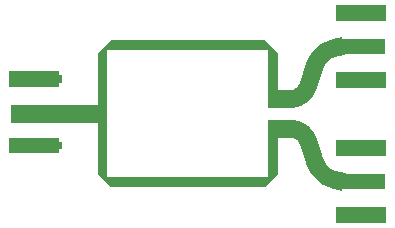
<source format=gbr>
G04 ===== Begin FILE IDENTIFICATION =====*
G04 File Format:  Gerber RS274X*
G04 ===== End FILE IDENTIFICATION =====*
%FSLAX24Y24*%
%MOMM*%
%SFA1.0000B1.0000*%
%OFA0.0B0.0*%
%ADD14R,4.200000X1.350000*%
%LNcopper_top*%
%IPPOS*%
%LPD*%
G75*
G36*
G01X593230Y408194D02*
G01Y411570D01*
G01X551230D01*
G01Y398070D01*
G01X593230D01*
G01Y401446D01*
G01X595771D01*
G01Y408194D01*
G01X593230D01*
G37*
G36*
G01X593230Y464694D02*
G01Y468070D01*
G01X551230D01*
G01Y454570D01*
G01X593230D01*
G01Y457946D01*
G01X595771D01*
G01Y464694D01*
G01X593230D01*
G37*
G36*
G01X791360Y451868D02*
G01Y451891D01*
G01X791358Y451894D01*
G01X791360Y451897D01*
G01X791340Y451938D01*
G01X791321Y451981D01*
G01X791318Y451982D01*
G01X791317Y451985D01*
G01X791235Y452016D01*
G01X778660D01*
G01Y482803D01*
G01X778658Y482807D01*
G01X778659Y482812D01*
G01X778623Y482891D01*
G01X767676Y493838D01*
G01X767672Y493840D01*
G01X767670Y493844D01*
G01X767588Y493875D01*
G01X636981D01*
G01X636977Y493873D01*
G01X636973Y493875D01*
G01X636893Y493838D01*
G01X625946Y482891D01*
G01X625944Y482887D01*
G01X625940Y482885D01*
G01X625910Y482803D01*
G01Y439392D01*
G01X613334D01*
G01X613331Y439391D01*
G01X613328Y439392D01*
G01X613287Y439372D01*
G01X613244Y439353D01*
G01X613243Y439351D01*
G01X613240Y439349D01*
G01X613230Y439322D01*
G01Y439420D01*
G01X552230D01*
G01Y424133D01*
G01X613230D01*
G01X613248Y424090D01*
G01X613251Y424089D01*
G01X613252Y424086D01*
G01X613334Y424056D01*
G01X625910D01*
G01Y380644D01*
G01X625911Y380640D01*
G01X625910Y380636D01*
G01X625946Y380557D01*
G01X636893Y369609D01*
G01X636898Y369608D01*
G01X636899Y369603D01*
G01X636981Y369573D01*
G01X767588D01*
G01X767592Y369575D01*
G01X767596Y369573D01*
G01X767676Y369609D01*
G01X778623Y380557D01*
G01X778625Y380561D01*
G01X778629Y380563D01*
G01X778660Y380644D01*
G01Y411432D01*
G01X790921D01*
G02X797318Y405674I-1637J-8251D01*
G01X802299Y389625D01*
G03X805687Y382510I26305J8162D01*
G01X807372Y379982D01*
G03X825049Y368221I22917J15280D01*
G01X832925Y366694D01*
G01X833224Y368238D01*
G01X868900D01*
G01Y380938D01*
G01X835685D01*
G01X835795Y381506D01*
G01X827920Y383032D01*
G02X819925Y388351I2370J12230D01*
G01X818240Y390879D01*
G02X816708Y394097I10365J6908D01*
G01X811727Y410146D01*
G03X791360Y426588I-22443J-6965D01*
G01Y426644D01*
G01X791358Y426647D01*
G01X791360Y426649D01*
G01X791340Y426691D01*
G01X791321Y426734D01*
G01X791318Y426735D01*
G01X791317Y426737D01*
G01X791235Y426768D01*
G01X770611D01*
G01X770608Y426767D01*
G01X770605Y426768D01*
G01X770564Y426748D01*
G01X770521Y426730D01*
G01X770520Y426727D01*
G01X770517Y426726D01*
G01X770486Y426644D01*
G01Y377746D01*
G01X634083D01*
G01Y485702D01*
G01X770486D01*
G01Y436804D01*
G01X770488Y436801D01*
G01X770486Y436798D01*
G01X770506Y436757D01*
G01X770525Y436714D01*
G01X770528Y436713D01*
G01X770529Y436710D01*
G01X770611Y436680D01*
G01X790495D01*
G01X790509Y436474D01*
G03X811367Y452954I-1584J23445D01*
G01X816348Y469003D01*
G02X817880Y472221I11897J-3690D01*
G01X819565Y474749D01*
G02X827560Y480068I10365J-6911D01*
G01X835435Y481594D01*
G01X835252Y482538D01*
G01X868900D01*
G01Y495238D01*
G01X832900D01*
G01Y494675D01*
G01X832565Y496406D01*
G01X824689Y494879D01*
G03X807012Y483118I5240J-27041D01*
G01X805327Y480590D01*
G03X801939Y473475I22917J-15277D01*
G01X796958Y457426D01*
G02X791360Y451868I-8034J2493D01*
G01X791360Y451868D01*
G37*
D14*
X848900Y346338D03*
Y402838D03*
Y460638D03*
Y517138D03*
M02*


</source>
